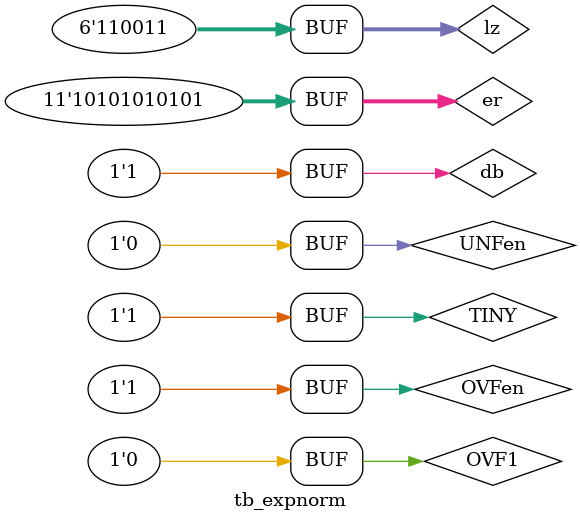
<source format=sv>
`include "./../expnorm.sv"

module tb_expnorm;
    reg [10:0] er;
    reg [5:0] lz;
    reg db, OVFen, OVF1, UNFen, TINY;
    wire [10:0] eni, en;

    expnorm uut (
        .er(er),
        .lz(lz),
        .db(db),
        .OVFen(OVFen),
        .OVF1(OVF1),
        .UNFen(UNFen),
        .TINY(TINY),
        .eni(eni),
        .en(en)
    );

    initial begin
        er = 11'b00000000001;
        lz = 6'b000001;
        db = 0;
        OVFen = 0;
        OVF1 = 1;
        UNFen = 0;
        TINY = 0;
        #50;
        
        OVFen = 1;
        OVF1 = 1;
        #50;
        
        OVFen = 0;
        OVF1 = 0;
        UNFen = 1;
        TINY = 1;
        #50;
        
        UNFen = 0;
        TINY = 0;
        db = 1;
        er = 11'b00000001100;
        lz = 6'b000110;
        #20;
        
        er = 11'b10101010101;
        lz = 6'b110011;
        db = 1;
        OVFen = 1;
        OVF1 = 0;
        UNFen = 0;
        TINY = 1;
        #20;
        
        $monitor("Time = %0t | er = %b | lz = %b | db = %b | OVFen = %b | OVF1 = %b | UNFen = %b | TINY = %b | en = %b | eni = %b", 
            $time, er, lz, db, OVFen, OVF1, UNFen, TINY, en, eni);
    end
endmodule


</source>
